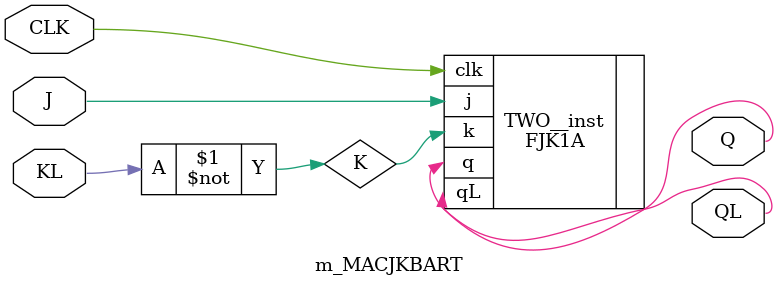
<source format=sv>
module m_MACJKBART                                                              //[QMACROS.NET:00054] MODULE MACJKBART;
(                                                                               //[QMACROS.NET:00054] MODULE MACJKBART;

    input    J,                                                                 //[QMACROS.NET:00056] INPUTS	J,KL,CLK;
    input    KL,                                                                //[QMACROS.NET:00056] INPUTS	J,KL,CLK;
    input    CLK,                                                               //[QMACROS.NET:00056] INPUTS	J,KL,CLK;
    output    Q,                                                                //[QMACROS.NET:00057] OUTPUTS	Q,QL;
    output    QL                                                                //[QMACROS.NET:00057] OUTPUTS	Q,QL;
);                                                                              //[QMACROS.NET:00054] MODULE MACJKBART;

                                                                                //[QMACROS.NET:00059] LEVEL FUNCTION;
wire K;                                                                         //[QMACROS.NET:00061] ONE_(K)=N1A(KL);
assign K = ~KL;                                                                 //[QMACROS.NET:00061] ONE_(K)=N1A(KL);
FJK1A TWO__inst (.q(Q),.qL(QL),.j(J),.k(K),.clk(CLK));                          //[QMACROS.NET:00062] TWO_(Q,QL)=FJK1A(J,K,CLK);
endmodule                                                                       //[QMACROS.NET:00063] END MODULE;

</source>
